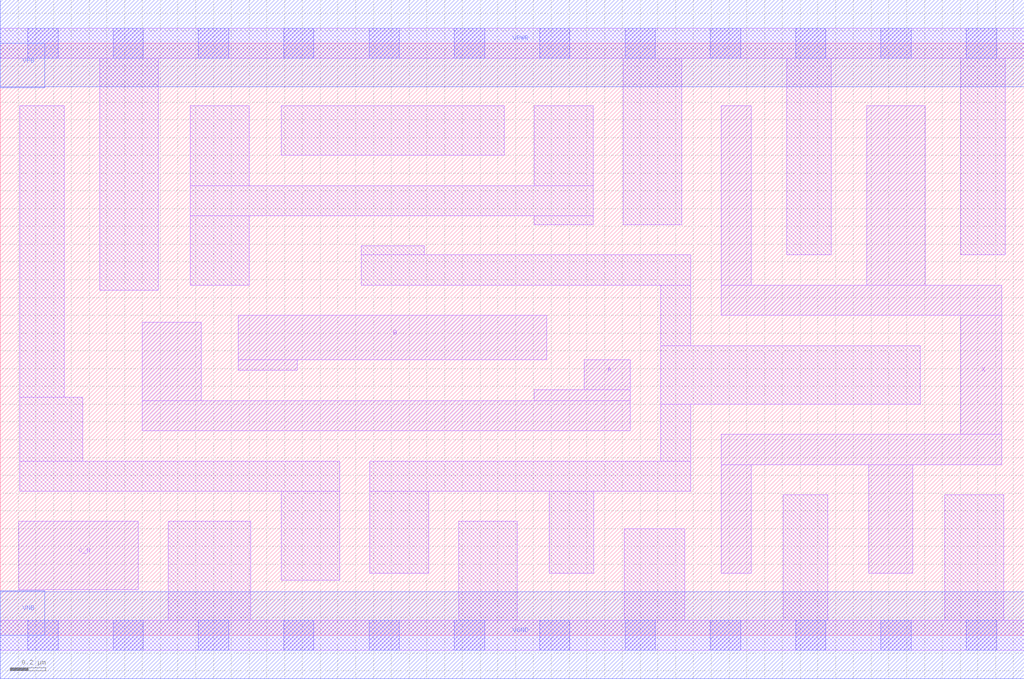
<source format=lef>
# Copyright 2020 The SkyWater PDK Authors
#
# Licensed under the Apache License, Version 2.0 (the "License");
# you may not use this file except in compliance with the License.
# You may obtain a copy of the License at
#
#     https://www.apache.org/licenses/LICENSE-2.0
#
# Unless required by applicable law or agreed to in writing, software
# distributed under the License is distributed on an "AS IS" BASIS,
# WITHOUT WARRANTIES OR CONDITIONS OF ANY KIND, either express or implied.
# See the License for the specific language governing permissions and
# limitations under the License.
#
# SPDX-License-Identifier: Apache-2.0

VERSION 5.5 ;
NAMESCASESENSITIVE ON ;
BUSBITCHARS "[]" ;
DIVIDERCHAR "/" ;
MACRO sky130_fd_sc_ms__or3b_4
  CLASS CORE ;
  SOURCE USER ;
  ORIGIN  0.000000  0.000000 ;
  SIZE  5.760000 BY  3.330000 ;
  SYMMETRY X Y ;
  SITE unit ;
  PIN A
    ANTENNAGATEAREA  0.411000 ;
    DIRECTION INPUT ;
    USE SIGNAL ;
    PORT
      LAYER li1 ;
        RECT 0.800000 1.150000 3.545000 1.320000 ;
        RECT 0.800000 1.320000 1.130000 1.760000 ;
        RECT 3.005000 1.320000 3.545000 1.380000 ;
        RECT 3.285000 1.380000 3.545000 1.550000 ;
    END
  END A
  PIN B
    ANTENNAGATEAREA  0.411000 ;
    DIRECTION INPUT ;
    USE SIGNAL ;
    PORT
      LAYER li1 ;
        RECT 1.340000 1.490000 1.670000 1.550000 ;
        RECT 1.340000 1.550000 3.075000 1.800000 ;
    END
  END B
  PIN C_N
    ANTENNAGATEAREA  0.246000 ;
    DIRECTION INPUT ;
    USE SIGNAL ;
    PORT
      LAYER li1 ;
        RECT 0.105000 0.255000 0.775000 0.640000 ;
    END
  END C_N
  PIN X
    ANTENNADIFFAREA  1.104900 ;
    DIRECTION OUTPUT ;
    USE SIGNAL ;
    PORT
      LAYER li1 ;
        RECT 4.055000 0.350000 4.225000 0.960000 ;
        RECT 4.055000 0.960000 5.635000 1.130000 ;
        RECT 4.055000 1.800000 5.635000 1.970000 ;
        RECT 4.055000 1.970000 4.225000 2.980000 ;
        RECT 4.875000 1.970000 5.205000 2.980000 ;
        RECT 4.885000 0.350000 5.135000 0.960000 ;
        RECT 5.405000 1.130000 5.635000 1.800000 ;
    END
  END X
  PIN VGND
    DIRECTION INOUT ;
    USE GROUND ;
    PORT
      LAYER met1 ;
        RECT 0.000000 -0.245000 5.760000 0.245000 ;
    END
  END VGND
  PIN VNB
    DIRECTION INOUT ;
    USE GROUND ;
    PORT
    END
  END VNB
  PIN VPB
    DIRECTION INOUT ;
    USE POWER ;
    PORT
    END
  END VPB
  PIN VNB
    DIRECTION INOUT ;
    USE GROUND ;
    PORT
      LAYER met1 ;
        RECT 0.000000 0.000000 0.250000 0.250000 ;
    END
  END VNB
  PIN VPB
    DIRECTION INOUT ;
    USE POWER ;
    PORT
      LAYER met1 ;
        RECT 0.000000 3.080000 0.250000 3.330000 ;
    END
  END VPB
  PIN VPWR
    DIRECTION INOUT ;
    USE POWER ;
    PORT
      LAYER met1 ;
        RECT 0.000000 3.085000 5.760000 3.575000 ;
    END
  END VPWR
  OBS
    LAYER li1 ;
      RECT 0.000000 -0.085000 5.760000 0.085000 ;
      RECT 0.000000  3.245000 5.760000 3.415000 ;
      RECT 0.110000  0.810000 1.910000 0.980000 ;
      RECT 0.110000  0.980000 0.465000 1.340000 ;
      RECT 0.110000  1.340000 0.360000 2.980000 ;
      RECT 0.560000  1.940000 0.890000 3.245000 ;
      RECT 0.945000  0.085000 1.410000 0.640000 ;
      RECT 1.070000  1.970000 1.400000 2.360000 ;
      RECT 1.070000  2.360000 3.335000 2.530000 ;
      RECT 1.070000  2.530000 1.400000 2.980000 ;
      RECT 1.580000  0.310000 1.910000 0.810000 ;
      RECT 1.580000  2.700000 2.835000 2.980000 ;
      RECT 2.030000  1.970000 3.885000 2.140000 ;
      RECT 2.030000  2.140000 2.385000 2.190000 ;
      RECT 2.080000  0.350000 2.410000 0.810000 ;
      RECT 2.080000  0.810000 3.885000 0.980000 ;
      RECT 2.580000  0.085000 2.910000 0.640000 ;
      RECT 3.005000  2.310000 3.335000 2.360000 ;
      RECT 3.005000  2.530000 3.335000 2.980000 ;
      RECT 3.090000  0.350000 3.340000 0.810000 ;
      RECT 3.505000  2.310000 3.835000 3.245000 ;
      RECT 3.510000  0.085000 3.850000 0.600000 ;
      RECT 3.715000  0.980000 3.885000 1.300000 ;
      RECT 3.715000  1.300000 5.175000 1.630000 ;
      RECT 3.715000  1.630000 3.885000 1.970000 ;
      RECT 4.405000  0.085000 4.655000 0.790000 ;
      RECT 4.425000  2.140000 4.675000 3.245000 ;
      RECT 5.315000  0.085000 5.645000 0.790000 ;
      RECT 5.405000  2.140000 5.655000 3.245000 ;
    LAYER mcon ;
      RECT 0.155000 -0.085000 0.325000 0.085000 ;
      RECT 0.155000  3.245000 0.325000 3.415000 ;
      RECT 0.635000 -0.085000 0.805000 0.085000 ;
      RECT 0.635000  3.245000 0.805000 3.415000 ;
      RECT 1.115000 -0.085000 1.285000 0.085000 ;
      RECT 1.115000  3.245000 1.285000 3.415000 ;
      RECT 1.595000 -0.085000 1.765000 0.085000 ;
      RECT 1.595000  3.245000 1.765000 3.415000 ;
      RECT 2.075000 -0.085000 2.245000 0.085000 ;
      RECT 2.075000  3.245000 2.245000 3.415000 ;
      RECT 2.555000 -0.085000 2.725000 0.085000 ;
      RECT 2.555000  3.245000 2.725000 3.415000 ;
      RECT 3.035000 -0.085000 3.205000 0.085000 ;
      RECT 3.035000  3.245000 3.205000 3.415000 ;
      RECT 3.515000 -0.085000 3.685000 0.085000 ;
      RECT 3.515000  3.245000 3.685000 3.415000 ;
      RECT 3.995000 -0.085000 4.165000 0.085000 ;
      RECT 3.995000  3.245000 4.165000 3.415000 ;
      RECT 4.475000 -0.085000 4.645000 0.085000 ;
      RECT 4.475000  3.245000 4.645000 3.415000 ;
      RECT 4.955000 -0.085000 5.125000 0.085000 ;
      RECT 4.955000  3.245000 5.125000 3.415000 ;
      RECT 5.435000 -0.085000 5.605000 0.085000 ;
      RECT 5.435000  3.245000 5.605000 3.415000 ;
  END
END sky130_fd_sc_ms__or3b_4
END LIBRARY

</source>
